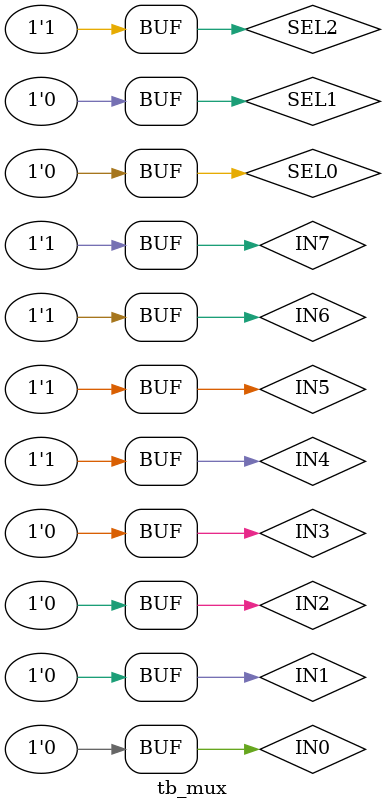
<source format=v>
module tb_mux ();

reg IN0,IN1,IN2,IN3,IN4,IN5,IN6,IN7,SEL0,SEL1,SEL2;
wire OUT;

mux_8to1 m(OUT,IN0,IN1,IN2,IN3,IN4,IN5,IN6,IN7,SEL0,SEL1,SEL2);

initial begin
    $monitor($time, " out = %b", OUT);
    #2;
    {IN0,IN1,IN2,IN3,IN4,IN5,IN6,IN7} = 8'b00001111;
    {SEL0,SEL1,SEL2} = 3'b000;
    #2;
    {SEL0,SEL1,SEL2} = 3'b001;

end

endmodule
</source>
